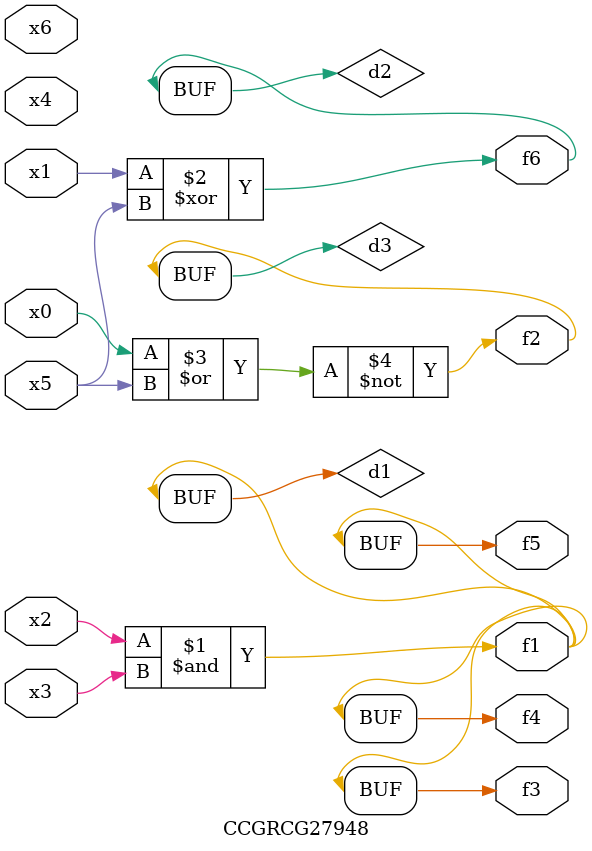
<source format=v>
module CCGRCG27948(
	input x0, x1, x2, x3, x4, x5, x6,
	output f1, f2, f3, f4, f5, f6
);

	wire d1, d2, d3;

	and (d1, x2, x3);
	xor (d2, x1, x5);
	nor (d3, x0, x5);
	assign f1 = d1;
	assign f2 = d3;
	assign f3 = d1;
	assign f4 = d1;
	assign f5 = d1;
	assign f6 = d2;
endmodule

</source>
